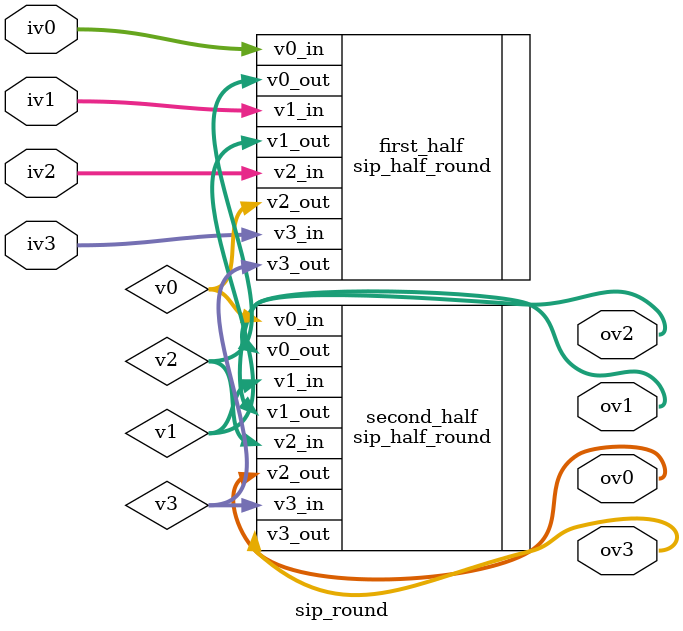
<source format=v>
`default_nettype none

module sip_round (
    input [63:0] iv0, iv1, iv2, iv3, 
    output [63:0] ov0, ov1, ov2, ov3
);

    reg  [63:0] v0, v1, v2, v3;
    // reg  [63:0] i0, i1, i2, i3;

    sip_half_round first_half (
        .v0_in(iv0),
        .v1_in(iv1),
        .v2_in(iv2),
        .v3_in(iv3),

        .v0_out(v2),
        .v1_out(v1),
        .v2_out(v0),
        .v3_out(v3)
    );

    sip_half_round second_half (
        .v0_in(v0),
        .v1_in(v1),
        .v2_in(v2),
        .v3_in(v3),

        .v0_out(ov2),
        .v1_out(ov1),
        .v2_out(ov0),
        .v3_out(ov3)
    );

endmodule



</source>
